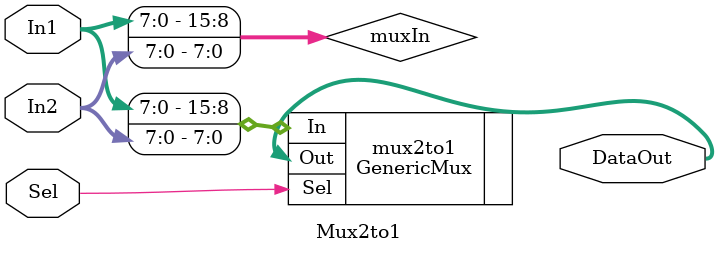
<source format=v>
`timescale 1ns / 1ps
module Mux2to1
#( parameter BITWIDTH=8 )
(
	DataOut,
	In1,
	In2,
	Sel
);

output [BITWIDTH-1:0] DataOut;
input [BITWIDTH-1:0] In1;
input [BITWIDTH-1:0] In2;
input Sel;

wire [(BITWIDTH*2)-1:0] muxIn;

assign muxIn[(BITWIDTH*2)-1:(BITWIDTH)] = In1;
assign muxIn[BITWIDTH-1:0] = In2;


GenericMux #( .SEL_WIDTH(1), .DATA_WIDTH(BITWIDTH) ) mux2to1
(
	.Out(DataOut),
	.In(muxIn),
	.Sel(Sel)
);

endmodule

</source>
